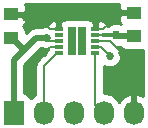
<source format=gtl>
%TF.GenerationSoftware,KiCad,Pcbnew,4.0.4+e1-6308~48~ubuntu16.04.1-stable*%
%TF.CreationDate,2016-12-05T15:11:49-08:00*%
%TF.ProjectId,mma7660-sensor-breakout,6D6D61373636302D73656E736F722D62,v1.0*%
%TF.FileFunction,Copper,L1,Top,Signal*%
%FSLAX46Y46*%
G04 Gerber Fmt 4.6, Leading zero omitted, Abs format (unit mm)*
G04 Created by KiCad (PCBNEW 4.0.4+e1-6308~48~ubuntu16.04.1-stable) date Mon Dec  5 15:11:49 2016*
%MOMM*%
%LPD*%
G01*
G04 APERTURE LIST*
%ADD10C,0.350000*%
%ADD11R,1.250000X1.000000*%
%ADD12R,1.727200X2.032000*%
%ADD13O,1.727200X2.032000*%
%ADD14R,0.650000X0.300000*%
%ADD15R,0.775000X1.240000*%
%ADD16C,0.762000*%
%ADD17C,0.685800*%
%ADD18C,0.330200*%
%ADD19C,0.152400*%
%ADD20C,0.508000*%
%ADD21C,0.254000*%
%ADD22C,0.350000*%
%ADD23C,0.330200*%
G04 APERTURE END LIST*
D10*
D11*
X152908000Y-106801000D03*
X152908000Y-104801000D03*
X142510000Y-106918000D03*
X142510000Y-104918000D03*
D12*
X142748000Y-113284000D03*
D13*
X145288000Y-113284000D03*
X147828000Y-113284000D03*
X150368000Y-113284000D03*
X152908000Y-113284000D03*
D14*
X146558000Y-106204000D03*
X146558000Y-106704000D03*
X146558000Y-107204000D03*
X146558000Y-107704000D03*
X146558000Y-108204000D03*
X149658000Y-108204000D03*
X149658000Y-107704000D03*
X149658000Y-107204000D03*
X149658000Y-106704000D03*
X149658000Y-106204000D03*
D15*
X148495500Y-107824000D03*
X148495500Y-106584000D03*
X147720500Y-107824000D03*
X147720500Y-106584000D03*
D16*
X151384000Y-106680000D03*
D17*
X145526000Y-106918000D03*
X151892000Y-108204000D03*
D16*
X143764000Y-105156000D03*
D17*
X146304000Y-105156000D03*
X145288000Y-108204000D03*
X150876000Y-108458000D03*
D18*
X151739000Y-104801000D02*
X151384000Y-105156000D01*
D19*
X146558000Y-107204000D02*
X145812000Y-107204000D01*
X145812000Y-107204000D02*
X145526000Y-106918000D01*
D18*
X150845185Y-106680000D02*
X151384000Y-106680000D01*
X150821185Y-106704000D02*
X150845185Y-106680000D01*
X150344000Y-106704000D02*
X150821185Y-106704000D01*
D19*
X149658000Y-106704000D02*
X150344000Y-106704000D01*
D20*
X152908000Y-106801000D02*
X151505000Y-106801000D01*
X151505000Y-106801000D02*
X151384000Y-106680000D01*
X144655000Y-106918000D02*
X145526000Y-106918000D01*
X142748000Y-108825000D02*
X143764000Y-107809000D01*
X143764000Y-107809000D02*
X144655000Y-106918000D01*
X142510000Y-106918000D02*
X142635000Y-106918000D01*
X142635000Y-106918000D02*
X143643000Y-107926000D01*
X143643000Y-107926000D02*
X143647000Y-107926000D01*
X143647000Y-107926000D02*
X143764000Y-107809000D01*
X142748000Y-113284000D02*
X142748000Y-108825000D01*
D18*
X152908000Y-104801000D02*
X151993600Y-104801000D01*
D19*
X146304000Y-105156000D02*
X151638600Y-105156000D01*
X151638600Y-105156000D02*
X151993600Y-104801000D01*
X146304000Y-105156000D02*
X143764000Y-105156000D01*
X152908000Y-113284000D02*
X152908000Y-109220000D01*
X152908000Y-109220000D02*
X151892000Y-108204000D01*
X150892000Y-107204000D02*
X151892000Y-108204000D01*
X149658000Y-107204000D02*
X150892000Y-107204000D01*
X146558000Y-106204000D02*
X146558000Y-105410000D01*
X146558000Y-105410000D02*
X146304000Y-105156000D01*
X150336000Y-106204000D02*
X150876000Y-105664000D01*
X149658000Y-106204000D02*
X150336000Y-106204000D01*
X149658000Y-106204000D02*
X149658000Y-105901600D01*
X149658000Y-105901600D02*
X149420400Y-105664000D01*
D18*
X142510000Y-104918000D02*
X143526000Y-104918000D01*
X143526000Y-104918000D02*
X143764000Y-105156000D01*
D19*
X145796000Y-106172000D02*
X145288000Y-105664000D01*
X146351000Y-106172000D02*
X145796000Y-106172000D01*
X146558000Y-106204000D02*
X146383000Y-106204000D01*
X146383000Y-106204000D02*
X146351000Y-106172000D01*
X146558000Y-107704000D02*
X145788000Y-107704000D01*
X145788000Y-107704000D02*
X145288000Y-108204000D01*
X149658000Y-106204000D02*
X149658000Y-105866000D01*
X145288000Y-113284000D02*
X145288000Y-109299000D01*
X145288000Y-109299000D02*
X146383000Y-108204000D01*
X146383000Y-108204000D02*
X146558000Y-108204000D01*
X150876000Y-108458000D02*
X150212606Y-107794606D01*
X150212606Y-107794606D02*
X150135400Y-107717400D01*
X149658000Y-107704000D02*
X150135400Y-107704000D01*
X149658000Y-108204000D02*
X149658000Y-112574000D01*
X149658000Y-112574000D02*
X150368000Y-113284000D01*
D21*
G36*
X151818910Y-107752441D02*
X152031110Y-107897431D01*
X152283000Y-107948440D01*
X153533000Y-107948440D01*
X153722000Y-107912877D01*
X153722000Y-111890861D01*
X153282791Y-111679291D01*
X153267026Y-111676642D01*
X153035000Y-111797783D01*
X153035000Y-113157000D01*
X153055000Y-113157000D01*
X153055000Y-113411000D01*
X153035000Y-113411000D01*
X153035000Y-113431000D01*
X152781000Y-113431000D01*
X152781000Y-113411000D01*
X152761000Y-113411000D01*
X152761000Y-113157000D01*
X152781000Y-113157000D01*
X152781000Y-111797783D01*
X152548974Y-111676642D01*
X152533209Y-111679291D01*
X152005964Y-111933268D01*
X151634461Y-112349069D01*
X151427670Y-112039585D01*
X150941489Y-111714729D01*
X150369200Y-111600894D01*
X150369200Y-109306413D01*
X150680630Y-109435730D01*
X151069663Y-109436069D01*
X151429212Y-109287507D01*
X151704540Y-109012659D01*
X151853730Y-108653370D01*
X151854069Y-108264337D01*
X151705507Y-107904788D01*
X151497182Y-107696099D01*
X151585208Y-107696176D01*
X151600155Y-107690000D01*
X151778730Y-107690000D01*
X151818910Y-107752441D01*
X151818910Y-107752441D01*
G37*
X151818910Y-107752441D02*
X152031110Y-107897431D01*
X152283000Y-107948440D01*
X153533000Y-107948440D01*
X153722000Y-107912877D01*
X153722000Y-111890861D01*
X153282791Y-111679291D01*
X153267026Y-111676642D01*
X153035000Y-111797783D01*
X153035000Y-113157000D01*
X153055000Y-113157000D01*
X153055000Y-113411000D01*
X153035000Y-113411000D01*
X153035000Y-113431000D01*
X152781000Y-113431000D01*
X152781000Y-113411000D01*
X152761000Y-113411000D01*
X152761000Y-113157000D01*
X152781000Y-113157000D01*
X152781000Y-111797783D01*
X152548974Y-111676642D01*
X152533209Y-111679291D01*
X152005964Y-111933268D01*
X151634461Y-112349069D01*
X151427670Y-112039585D01*
X150941489Y-111714729D01*
X150369200Y-111600894D01*
X150369200Y-109306413D01*
X150680630Y-109435730D01*
X151069663Y-109436069D01*
X151429212Y-109287507D01*
X151704540Y-109012659D01*
X151853730Y-108653370D01*
X151854069Y-108264337D01*
X151705507Y-107904788D01*
X151497182Y-107696099D01*
X151585208Y-107696176D01*
X151600155Y-107690000D01*
X151778730Y-107690000D01*
X151818910Y-107752441D01*
G36*
X145330630Y-107895730D02*
X145617560Y-107895980D01*
X145611920Y-107923830D01*
X145598000Y-107937750D01*
X145598000Y-107980310D01*
X145598850Y-107982362D01*
X144785106Y-108796106D01*
X144630937Y-109026835D01*
X144602619Y-109169200D01*
X144576800Y-109299000D01*
X144576800Y-111806745D01*
X144228330Y-112039585D01*
X144218757Y-112053913D01*
X144214762Y-112032683D01*
X144075690Y-111816559D01*
X143863490Y-111671569D01*
X143637000Y-111625704D01*
X143637000Y-109193236D01*
X145023236Y-107807000D01*
X145116945Y-107807000D01*
X145330630Y-107895730D01*
X145330630Y-107895730D01*
G37*
X145330630Y-107895730D02*
X145617560Y-107895980D01*
X145611920Y-107923830D01*
X145598000Y-107937750D01*
X145598000Y-107980310D01*
X145598850Y-107982362D01*
X144785106Y-108796106D01*
X144630937Y-109026835D01*
X144602619Y-109169200D01*
X144576800Y-109299000D01*
X144576800Y-111806745D01*
X144228330Y-112039585D01*
X144218757Y-112053913D01*
X144214762Y-112032683D01*
X144075690Y-111816559D01*
X143863490Y-111671569D01*
X143637000Y-111625704D01*
X143637000Y-109193236D01*
X145023236Y-107807000D01*
X145116945Y-107807000D01*
X145330630Y-107895730D01*
G36*
X151648000Y-104174691D02*
X151648000Y-104515250D01*
X151806750Y-104674000D01*
X152781000Y-104674000D01*
X152781000Y-104654000D01*
X153035000Y-104654000D01*
X153035000Y-104674000D01*
X153055000Y-104674000D01*
X153055000Y-104928000D01*
X153035000Y-104928000D01*
X153035000Y-104948000D01*
X152781000Y-104948000D01*
X152781000Y-104928000D01*
X151806750Y-104928000D01*
X151648000Y-105086750D01*
X151648000Y-105427309D01*
X151744673Y-105660698D01*
X151862596Y-105778621D01*
X151586982Y-105664176D01*
X151182792Y-105663824D01*
X150809234Y-105818175D01*
X150723359Y-105903900D01*
X150608146Y-105903900D01*
X150521327Y-105694301D01*
X150342698Y-105515673D01*
X150109309Y-105419000D01*
X149943750Y-105419000D01*
X149785000Y-105577750D01*
X149785000Y-105906560D01*
X149531000Y-105906560D01*
X149531000Y-105577750D01*
X149372250Y-105419000D01*
X149210162Y-105419000D01*
X149134890Y-105367569D01*
X148883000Y-105316560D01*
X147333000Y-105316560D01*
X147097683Y-105360838D01*
X147007297Y-105419000D01*
X146843750Y-105419000D01*
X146685000Y-105577750D01*
X146685000Y-105906560D01*
X146431000Y-105906560D01*
X146431000Y-105577750D01*
X146272250Y-105419000D01*
X146106691Y-105419000D01*
X145873302Y-105515673D01*
X145694673Y-105694301D01*
X145598000Y-105927690D01*
X145598000Y-105940162D01*
X145332337Y-105939931D01*
X145116773Y-106029000D01*
X144655000Y-106029000D01*
X144314794Y-106096671D01*
X144026382Y-106289382D01*
X143782440Y-106533324D01*
X143782440Y-106418000D01*
X143738162Y-106182683D01*
X143599090Y-105966559D01*
X143530994Y-105920031D01*
X143673327Y-105777698D01*
X143770000Y-105544309D01*
X143770000Y-105203750D01*
X143611250Y-105045000D01*
X142637000Y-105045000D01*
X142637000Y-105065000D01*
X142383000Y-105065000D01*
X142383000Y-105045000D01*
X142363000Y-105045000D01*
X142363000Y-104791000D01*
X142383000Y-104791000D01*
X142383000Y-104771000D01*
X142637000Y-104771000D01*
X142637000Y-104791000D01*
X143611250Y-104791000D01*
X143770000Y-104632250D01*
X143770000Y-104291691D01*
X143685628Y-104088000D01*
X151683909Y-104088000D01*
X151648000Y-104174691D01*
X151648000Y-104174691D01*
G37*
X151648000Y-104174691D02*
X151648000Y-104515250D01*
X151806750Y-104674000D01*
X152781000Y-104674000D01*
X152781000Y-104654000D01*
X153035000Y-104654000D01*
X153035000Y-104674000D01*
X153055000Y-104674000D01*
X153055000Y-104928000D01*
X153035000Y-104928000D01*
X153035000Y-104948000D01*
X152781000Y-104948000D01*
X152781000Y-104928000D01*
X151806750Y-104928000D01*
X151648000Y-105086750D01*
X151648000Y-105427309D01*
X151744673Y-105660698D01*
X151862596Y-105778621D01*
X151586982Y-105664176D01*
X151182792Y-105663824D01*
X150809234Y-105818175D01*
X150723359Y-105903900D01*
X150608146Y-105903900D01*
X150521327Y-105694301D01*
X150342698Y-105515673D01*
X150109309Y-105419000D01*
X149943750Y-105419000D01*
X149785000Y-105577750D01*
X149785000Y-105906560D01*
X149531000Y-105906560D01*
X149531000Y-105577750D01*
X149372250Y-105419000D01*
X149210162Y-105419000D01*
X149134890Y-105367569D01*
X148883000Y-105316560D01*
X147333000Y-105316560D01*
X147097683Y-105360838D01*
X147007297Y-105419000D01*
X146843750Y-105419000D01*
X146685000Y-105577750D01*
X146685000Y-105906560D01*
X146431000Y-105906560D01*
X146431000Y-105577750D01*
X146272250Y-105419000D01*
X146106691Y-105419000D01*
X145873302Y-105515673D01*
X145694673Y-105694301D01*
X145598000Y-105927690D01*
X145598000Y-105940162D01*
X145332337Y-105939931D01*
X145116773Y-106029000D01*
X144655000Y-106029000D01*
X144314794Y-106096671D01*
X144026382Y-106289382D01*
X143782440Y-106533324D01*
X143782440Y-106418000D01*
X143738162Y-106182683D01*
X143599090Y-105966559D01*
X143530994Y-105920031D01*
X143673327Y-105777698D01*
X143770000Y-105544309D01*
X143770000Y-105203750D01*
X143611250Y-105045000D01*
X142637000Y-105045000D01*
X142637000Y-105065000D01*
X142383000Y-105065000D01*
X142383000Y-105045000D01*
X142363000Y-105045000D01*
X142363000Y-104791000D01*
X142383000Y-104791000D01*
X142383000Y-104771000D01*
X142637000Y-104771000D01*
X142637000Y-104791000D01*
X143611250Y-104791000D01*
X143770000Y-104632250D01*
X143770000Y-104291691D01*
X143685628Y-104088000D01*
X151683909Y-104088000D01*
X151648000Y-104174691D01*
D22*
X151384000Y-106680000D03*
D23*
X145526000Y-106918000D03*
X151892000Y-108204000D03*
D22*
X143764000Y-105156000D03*
D23*
X146304000Y-105156000D03*
X145288000Y-108204000D03*
X150876000Y-108458000D03*
D22*
X142748000Y-113284000D03*
X145288000Y-113284000D03*
X147828000Y-113284000D03*
X150368000Y-113284000D03*
X152908000Y-113284000D03*
M02*

</source>
